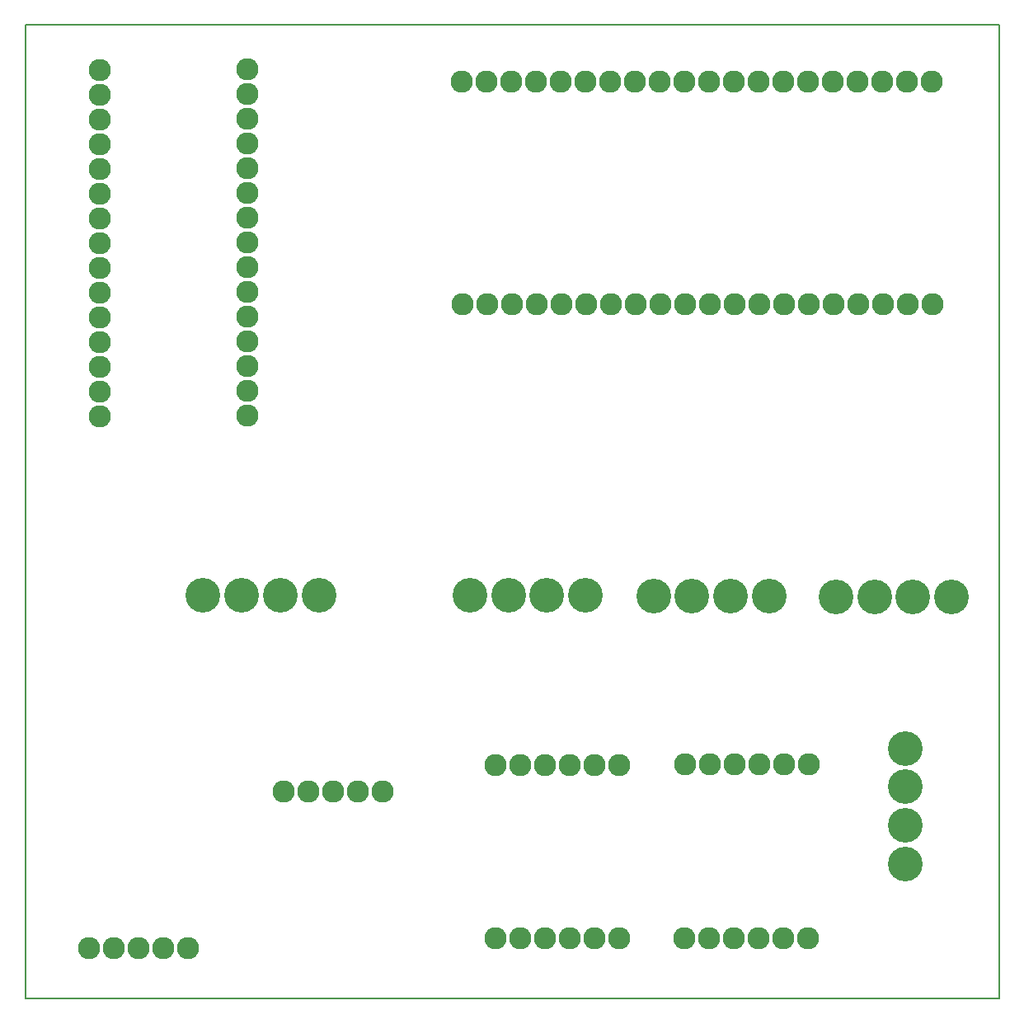
<source format=gbr>
G04 PROTEUS GERBER X2 FILE*
%TF.GenerationSoftware,Labcenter,Proteus,8.6-SP2-Build23525*%
%TF.CreationDate,2019-07-09T03:39:36+00:00*%
%TF.FileFunction,Soldermask,Bot*%
%TF.FilePolarity,Negative*%
%TF.Part,Single*%
%FSLAX45Y45*%
%MOMM*%
G01*
%TA.AperFunction,Material*%
%ADD17C,2.286000*%
%TA.AperFunction,Material*%
%ADD18C,3.556000*%
%TA.AperFunction,Profile*%
%ADD14C,0.203200*%
%TD.AperFunction*%
D17*
X+3048000Y+5586000D03*
X+3302000Y+5586000D03*
X+3556000Y+5586000D03*
X+3810000Y+5586000D03*
X+4064000Y+5586000D03*
X+4318000Y+5586000D03*
X+4572000Y+5586000D03*
X+4826000Y+5586000D03*
X+5080000Y+5586000D03*
X+5334000Y+5586000D03*
X+5588000Y+5586000D03*
X+5842000Y+5586000D03*
X+6096000Y+5586000D03*
X+6350000Y+5586000D03*
X+6604000Y+5586000D03*
X+6858000Y+5586000D03*
X+7112000Y+5586000D03*
X+7366000Y+5586000D03*
X+7620000Y+5586000D03*
X+7874000Y+5586000D03*
X+7882000Y+3298000D03*
X+7628000Y+3298000D03*
X+7374000Y+3298000D03*
X+7120000Y+3298000D03*
X+6866000Y+3298000D03*
X+6612000Y+3298000D03*
X+6358000Y+3298000D03*
X+6104000Y+3298000D03*
X+5850000Y+3298000D03*
X+5596000Y+3298000D03*
X+5342000Y+3298000D03*
X+5088000Y+3298000D03*
X+4834000Y+3298000D03*
X+4580000Y+3298000D03*
X+4326000Y+3298000D03*
X+4072000Y+3298000D03*
X+3818000Y+3298000D03*
X+3564000Y+3298000D03*
X+3310000Y+3298000D03*
X+3056000Y+3298000D03*
X+851500Y+5712000D03*
X+851500Y+5458000D03*
X+851500Y+5204000D03*
X+851500Y+4950000D03*
X+851500Y+4696000D03*
X+851500Y+4442000D03*
X+851500Y+4188000D03*
X+851500Y+3934000D03*
X+851500Y+3680000D03*
X+851500Y+3426000D03*
X+851500Y+3172000D03*
X+851500Y+2918000D03*
X+851500Y+2664000D03*
X+851500Y+2410000D03*
X+851500Y+2156000D03*
X-665500Y+2147000D03*
X-665500Y+2401000D03*
X-665500Y+2655000D03*
X-665500Y+2909000D03*
X-665500Y+3163000D03*
X-665500Y+3417000D03*
X-665500Y+3671000D03*
X-665500Y+3925000D03*
X-665500Y+4179000D03*
X-665500Y+4433000D03*
X-665500Y+4687000D03*
X-665500Y+4941000D03*
X-665500Y+5195000D03*
X-665500Y+5449000D03*
X-665500Y+5703000D03*
X+3395000Y-1432000D03*
X+3649000Y-1432000D03*
X+3903000Y-1432000D03*
X+4157000Y-1432000D03*
X+4411000Y-1432000D03*
X+4665000Y-1432000D03*
X+4665000Y-3207000D03*
X+4411000Y-3207000D03*
X+4157000Y-3207000D03*
X+3903000Y-3207000D03*
X+3649000Y-3207000D03*
X+3395000Y-3207000D03*
X+5339000Y-1425000D03*
X+5593000Y-1425000D03*
X+5847000Y-1425000D03*
X+6101000Y-1425000D03*
X+6355000Y-1425000D03*
X+6609000Y-1425000D03*
X+6603000Y-3210000D03*
X+6349000Y-3210000D03*
X+6095000Y-3210000D03*
X+5841000Y-3210000D03*
X+5587000Y-3210000D03*
X+5333000Y-3210000D03*
X+237000Y-3312000D03*
X-17000Y-3312000D03*
X-271000Y-3312000D03*
X-525000Y-3312000D03*
X-779000Y-3312000D03*
X+2239200Y-1700000D03*
X+1985200Y-1700000D03*
X+1731200Y-1700000D03*
X+1477200Y-1700000D03*
X+1223200Y-1700000D03*
D18*
X+6206000Y+304000D03*
X+5809760Y+304000D03*
X+5413520Y+304000D03*
X+5017280Y+304000D03*
X+4320000Y+310000D03*
X+3923760Y+310000D03*
X+3527520Y+310000D03*
X+3131280Y+310000D03*
X+8079000Y+293000D03*
X+7682760Y+293000D03*
X+7286520Y+293000D03*
X+6890280Y+293000D03*
X+7600000Y-1260000D03*
X+7600000Y-1656240D03*
X+7600000Y-2052480D03*
X+7600000Y-2448720D03*
X+1581000Y+312000D03*
X+1184760Y+312000D03*
X+788520Y+312000D03*
X+392280Y+312000D03*
D14*
X-1432000Y-3830000D02*
X+8568000Y-3830000D01*
X+8568000Y+6170000D01*
X-1432000Y+6170000D01*
X-1432000Y-3830000D01*
M02*

</source>
